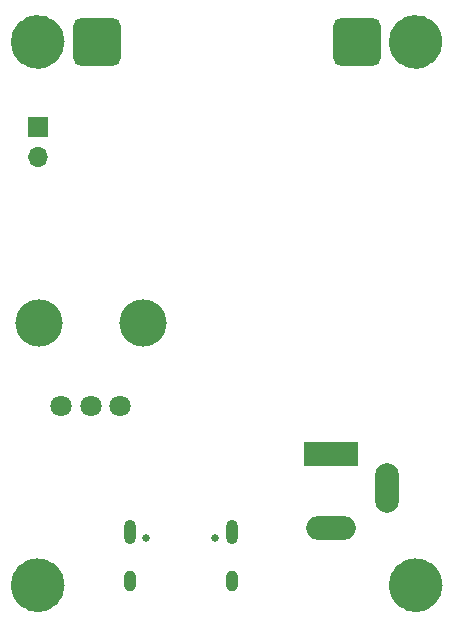
<source format=gbs>
G04 #@! TF.GenerationSoftware,KiCad,Pcbnew,(7.0.0)*
G04 #@! TF.CreationDate,2023-04-23T17:00:46-07:00*
G04 #@! TF.ProjectId,boostdriver-al8853,626f6f73-7464-4726-9976-65722d616c38,1*
G04 #@! TF.SameCoordinates,Original*
G04 #@! TF.FileFunction,Soldermask,Bot*
G04 #@! TF.FilePolarity,Negative*
%FSLAX46Y46*%
G04 Gerber Fmt 4.6, Leading zero omitted, Abs format (unit mm)*
G04 Created by KiCad (PCBNEW (7.0.0)) date 2023-04-23 17:00:46*
%MOMM*%
%LPD*%
G01*
G04 APERTURE LIST*
G04 Aperture macros list*
%AMRoundRect*
0 Rectangle with rounded corners*
0 $1 Rounding radius*
0 $2 $3 $4 $5 $6 $7 $8 $9 X,Y pos of 4 corners*
0 Add a 4 corners polygon primitive as box body*
4,1,4,$2,$3,$4,$5,$6,$7,$8,$9,$2,$3,0*
0 Add four circle primitives for the rounded corners*
1,1,$1+$1,$2,$3*
1,1,$1+$1,$4,$5*
1,1,$1+$1,$6,$7*
1,1,$1+$1,$8,$9*
0 Add four rect primitives between the rounded corners*
20,1,$1+$1,$2,$3,$4,$5,0*
20,1,$1+$1,$4,$5,$6,$7,0*
20,1,$1+$1,$6,$7,$8,$9,0*
20,1,$1+$1,$8,$9,$2,$3,0*%
G04 Aperture macros list end*
%ADD10C,2.275000*%
%ADD11R,4.600000X2.000000*%
%ADD12O,4.200000X2.000000*%
%ADD13O,2.000000X4.200000*%
%ADD14C,2.200000*%
%ADD15C,4.000000*%
%ADD16C,1.800000*%
%ADD17C,0.650000*%
%ADD18O,1.000000X2.100000*%
%ADD19O,1.000000X1.800000*%
%ADD20RoundRect,0.600000X-1.400000X-1.400000X1.400000X-1.400000X1.400000X1.400000X-1.400000X1.400000X0*%
%ADD21R,1.700000X1.700000*%
%ADD22O,1.700000X1.700000*%
G04 APERTURE END LIST*
D10*
X169137500Y-110000000D02*
G75*
G03*
X169137500Y-110000000I-1137500J0D01*
G01*
X137137500Y-110000000D02*
G75*
G03*
X137137500Y-110000000I-1137500J0D01*
G01*
X137137500Y-64000000D02*
G75*
G03*
X137137500Y-64000000I-1137500J0D01*
G01*
X169137500Y-64000000D02*
G75*
G03*
X169137500Y-64000000I-1137500J0D01*
G01*
D11*
X160799999Y-98849999D03*
D12*
X160799999Y-105149999D03*
D13*
X165599999Y-101749999D03*
D14*
X168000000Y-110000000D03*
D15*
X136100000Y-87800000D03*
X144900000Y-87800000D03*
D16*
X143000000Y-94800000D03*
X140500000Y-94800000D03*
X138000000Y-94800000D03*
D17*
X145210000Y-105995000D03*
X150990000Y-105995000D03*
D18*
X143779999Y-105494999D03*
D19*
X143779999Y-109674999D03*
D18*
X152419999Y-105494999D03*
D19*
X152419999Y-109674999D03*
D20*
X141000000Y-64000000D03*
D14*
X136000000Y-110000000D03*
X136000000Y-64000000D03*
D21*
X135999999Y-71224999D03*
D22*
X135999999Y-73764999D03*
D14*
X168000000Y-64000000D03*
D20*
X163000000Y-64000000D03*
M02*

</source>
